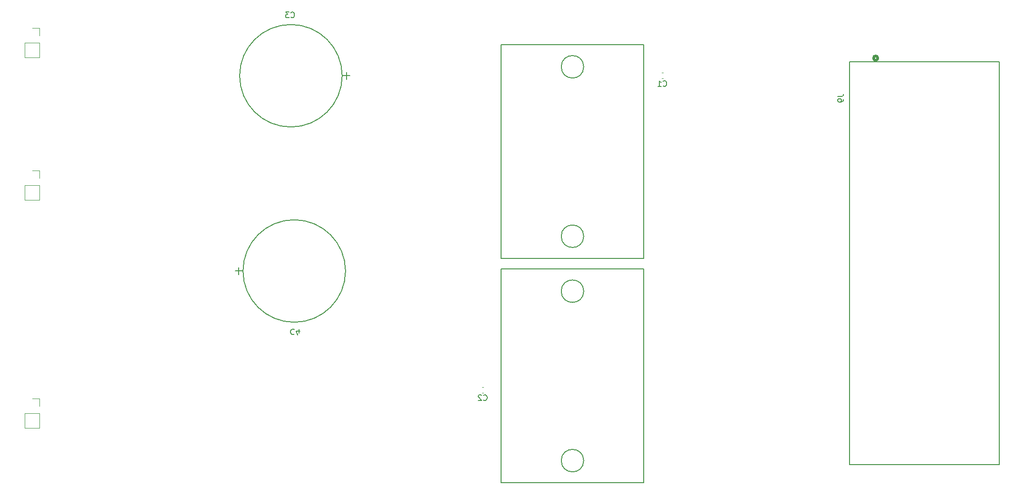
<source format=gbr>
G04 #@! TF.GenerationSoftware,KiCad,Pcbnew,7.0.7*
G04 #@! TF.CreationDate,2023-10-24T13:27:02-04:00*
G04 #@! TF.ProjectId,SchineLab_CoilFET_Board,53636869-6e65-44c6-9162-5f436f696c46,rev?*
G04 #@! TF.SameCoordinates,Original*
G04 #@! TF.FileFunction,Legend,Bot*
G04 #@! TF.FilePolarity,Positive*
%FSLAX46Y46*%
G04 Gerber Fmt 4.6, Leading zero omitted, Abs format (unit mm)*
G04 Created by KiCad (PCBNEW 7.0.7) date 2023-10-24 13:27:02*
%MOMM*%
%LPD*%
G01*
G04 APERTURE LIST*
%ADD10C,0.150000*%
%ADD11C,0.152400*%
%ADD12C,0.508000*%
%ADD13C,0.120000*%
G04 APERTURE END LIST*
D10*
X185254819Y-63666666D02*
X185969104Y-63666666D01*
X185969104Y-63666666D02*
X186111961Y-63619047D01*
X186111961Y-63619047D02*
X186207200Y-63523809D01*
X186207200Y-63523809D02*
X186254819Y-63380952D01*
X186254819Y-63380952D02*
X186254819Y-63285714D01*
X186254819Y-64190476D02*
X186254819Y-64380952D01*
X186254819Y-64380952D02*
X186207200Y-64476190D01*
X186207200Y-64476190D02*
X186159580Y-64523809D01*
X186159580Y-64523809D02*
X186016723Y-64619047D01*
X186016723Y-64619047D02*
X185826247Y-64666666D01*
X185826247Y-64666666D02*
X185445295Y-64666666D01*
X185445295Y-64666666D02*
X185350057Y-64619047D01*
X185350057Y-64619047D02*
X185302438Y-64571428D01*
X185302438Y-64571428D02*
X185254819Y-64476190D01*
X185254819Y-64476190D02*
X185254819Y-64285714D01*
X185254819Y-64285714D02*
X185302438Y-64190476D01*
X185302438Y-64190476D02*
X185350057Y-64142857D01*
X185350057Y-64142857D02*
X185445295Y-64095238D01*
X185445295Y-64095238D02*
X185683390Y-64095238D01*
X185683390Y-64095238D02*
X185778628Y-64142857D01*
X185778628Y-64142857D02*
X185826247Y-64190476D01*
X185826247Y-64190476D02*
X185873866Y-64285714D01*
X185873866Y-64285714D02*
X185873866Y-64476190D01*
X185873866Y-64476190D02*
X185826247Y-64571428D01*
X185826247Y-64571428D02*
X185778628Y-64619047D01*
X185778628Y-64619047D02*
X185683390Y-64666666D01*
X88433333Y-105240419D02*
X88385714Y-105192800D01*
X88385714Y-105192800D02*
X88242857Y-105145180D01*
X88242857Y-105145180D02*
X88147619Y-105145180D01*
X88147619Y-105145180D02*
X88004762Y-105192800D01*
X88004762Y-105192800D02*
X87909524Y-105288038D01*
X87909524Y-105288038D02*
X87861905Y-105383276D01*
X87861905Y-105383276D02*
X87814286Y-105573752D01*
X87814286Y-105573752D02*
X87814286Y-105716609D01*
X87814286Y-105716609D02*
X87861905Y-105907085D01*
X87861905Y-105907085D02*
X87909524Y-106002323D01*
X87909524Y-106002323D02*
X88004762Y-106097561D01*
X88004762Y-106097561D02*
X88147619Y-106145180D01*
X88147619Y-106145180D02*
X88242857Y-106145180D01*
X88242857Y-106145180D02*
X88385714Y-106097561D01*
X88385714Y-106097561D02*
X88433333Y-106049942D01*
X89290476Y-105811847D02*
X89290476Y-105145180D01*
X89052381Y-106192800D02*
X88814286Y-105478514D01*
X88814286Y-105478514D02*
X89433333Y-105478514D01*
X87866666Y-49559580D02*
X87914285Y-49607200D01*
X87914285Y-49607200D02*
X88057142Y-49654819D01*
X88057142Y-49654819D02*
X88152380Y-49654819D01*
X88152380Y-49654819D02*
X88295237Y-49607200D01*
X88295237Y-49607200D02*
X88390475Y-49511961D01*
X88390475Y-49511961D02*
X88438094Y-49416723D01*
X88438094Y-49416723D02*
X88485713Y-49226247D01*
X88485713Y-49226247D02*
X88485713Y-49083390D01*
X88485713Y-49083390D02*
X88438094Y-48892914D01*
X88438094Y-48892914D02*
X88390475Y-48797676D01*
X88390475Y-48797676D02*
X88295237Y-48702438D01*
X88295237Y-48702438D02*
X88152380Y-48654819D01*
X88152380Y-48654819D02*
X88057142Y-48654819D01*
X88057142Y-48654819D02*
X87914285Y-48702438D01*
X87914285Y-48702438D02*
X87866666Y-48750057D01*
X87533332Y-48654819D02*
X86914285Y-48654819D01*
X86914285Y-48654819D02*
X87247618Y-49035771D01*
X87247618Y-49035771D02*
X87104761Y-49035771D01*
X87104761Y-49035771D02*
X87009523Y-49083390D01*
X87009523Y-49083390D02*
X86961904Y-49131009D01*
X86961904Y-49131009D02*
X86914285Y-49226247D01*
X86914285Y-49226247D02*
X86914285Y-49464342D01*
X86914285Y-49464342D02*
X86961904Y-49559580D01*
X86961904Y-49559580D02*
X87009523Y-49607200D01*
X87009523Y-49607200D02*
X87104761Y-49654819D01*
X87104761Y-49654819D02*
X87390475Y-49654819D01*
X87390475Y-49654819D02*
X87485713Y-49607200D01*
X87485713Y-49607200D02*
X87533332Y-49559580D01*
X154166666Y-61789580D02*
X154214285Y-61837200D01*
X154214285Y-61837200D02*
X154357142Y-61884819D01*
X154357142Y-61884819D02*
X154452380Y-61884819D01*
X154452380Y-61884819D02*
X154595237Y-61837200D01*
X154595237Y-61837200D02*
X154690475Y-61741961D01*
X154690475Y-61741961D02*
X154738094Y-61646723D01*
X154738094Y-61646723D02*
X154785713Y-61456247D01*
X154785713Y-61456247D02*
X154785713Y-61313390D01*
X154785713Y-61313390D02*
X154738094Y-61122914D01*
X154738094Y-61122914D02*
X154690475Y-61027676D01*
X154690475Y-61027676D02*
X154595237Y-60932438D01*
X154595237Y-60932438D02*
X154452380Y-60884819D01*
X154452380Y-60884819D02*
X154357142Y-60884819D01*
X154357142Y-60884819D02*
X154214285Y-60932438D01*
X154214285Y-60932438D02*
X154166666Y-60980057D01*
X153214285Y-61884819D02*
X153785713Y-61884819D01*
X153499999Y-61884819D02*
X153499999Y-60884819D01*
X153499999Y-60884819D02*
X153595237Y-61027676D01*
X153595237Y-61027676D02*
X153690475Y-61122914D01*
X153690475Y-61122914D02*
X153785713Y-61170533D01*
X122166666Y-117789580D02*
X122214285Y-117837200D01*
X122214285Y-117837200D02*
X122357142Y-117884819D01*
X122357142Y-117884819D02*
X122452380Y-117884819D01*
X122452380Y-117884819D02*
X122595237Y-117837200D01*
X122595237Y-117837200D02*
X122690475Y-117741961D01*
X122690475Y-117741961D02*
X122738094Y-117646723D01*
X122738094Y-117646723D02*
X122785713Y-117456247D01*
X122785713Y-117456247D02*
X122785713Y-117313390D01*
X122785713Y-117313390D02*
X122738094Y-117122914D01*
X122738094Y-117122914D02*
X122690475Y-117027676D01*
X122690475Y-117027676D02*
X122595237Y-116932438D01*
X122595237Y-116932438D02*
X122452380Y-116884819D01*
X122452380Y-116884819D02*
X122357142Y-116884819D01*
X122357142Y-116884819D02*
X122214285Y-116932438D01*
X122214285Y-116932438D02*
X122166666Y-116980057D01*
X121785713Y-116980057D02*
X121738094Y-116932438D01*
X121738094Y-116932438D02*
X121642856Y-116884819D01*
X121642856Y-116884819D02*
X121404761Y-116884819D01*
X121404761Y-116884819D02*
X121309523Y-116932438D01*
X121309523Y-116932438D02*
X121261904Y-116980057D01*
X121261904Y-116980057D02*
X121214285Y-117075295D01*
X121214285Y-117075295D02*
X121214285Y-117170533D01*
X121214285Y-117170533D02*
X121261904Y-117313390D01*
X121261904Y-117313390D02*
X121833332Y-117884819D01*
X121833332Y-117884819D02*
X121214285Y-117884819D01*
D11*
X187328000Y-57489401D02*
X214023400Y-57489401D01*
X214023400Y-57489401D02*
X214023400Y-129320601D01*
X187328000Y-129320601D02*
X187328000Y-57489401D01*
X214023400Y-129320601D02*
X187328000Y-129320601D01*
D12*
X192381000Y-56854401D02*
G75*
G03*
X192381000Y-56854401I-381000J0D01*
G01*
D11*
X77921700Y-94800000D02*
X79191700Y-94800000D01*
X78556700Y-95435000D02*
X78556700Y-94165000D01*
X97581300Y-94800000D02*
G75*
G03*
X97581300Y-94800000I-9131300J0D01*
G01*
X98378300Y-60000000D02*
X97108300Y-60000000D01*
X97743300Y-59365000D02*
X97743300Y-60635000D01*
X96981300Y-60000000D02*
G75*
G03*
X96981300Y-60000000I-9131300J0D01*
G01*
D10*
X125300000Y-92555000D02*
X125300000Y-54455000D01*
X150700000Y-92555000D02*
X125300000Y-92555000D01*
X125300000Y-54455000D02*
X150700000Y-54455000D01*
X150700000Y-54455000D02*
X150700000Y-92555000D01*
X140000000Y-88605000D02*
G75*
G03*
X140000000Y-88605000I-2000000J0D01*
G01*
X140000000Y-58405000D02*
G75*
G03*
X140000000Y-58405000I-2000000J0D01*
G01*
X150700000Y-94445000D02*
X150700000Y-132545000D01*
X125300000Y-94445000D02*
X150700000Y-94445000D01*
X150700000Y-132545000D02*
X125300000Y-132545000D01*
X125300000Y-132545000D02*
X125300000Y-94445000D01*
X140000000Y-98395000D02*
G75*
G03*
X140000000Y-98395000I-2000000J0D01*
G01*
X140000000Y-128595000D02*
G75*
G03*
X140000000Y-128595000I-2000000J0D01*
G01*
D13*
X43108000Y-56730000D02*
X40448000Y-56730000D01*
X43108000Y-54130000D02*
X43108000Y-56730000D01*
X43108000Y-54130000D02*
X40448000Y-54130000D01*
X43108000Y-52860000D02*
X43108000Y-51530000D01*
X43108000Y-51530000D02*
X41778000Y-51530000D01*
X40448000Y-54130000D02*
X40448000Y-56730000D01*
X43108000Y-122770000D02*
X40448000Y-122770000D01*
X43108000Y-120170000D02*
X43108000Y-122770000D01*
X43108000Y-120170000D02*
X40448000Y-120170000D01*
X43108000Y-118900000D02*
X43108000Y-117570000D01*
X43108000Y-117570000D02*
X41778000Y-117570000D01*
X40448000Y-120170000D02*
X40448000Y-122770000D01*
X153859420Y-59490000D02*
X154140580Y-59490000D01*
X153859420Y-60510000D02*
X154140580Y-60510000D01*
X121859420Y-115490000D02*
X122140580Y-115490000D01*
X121859420Y-116510000D02*
X122140580Y-116510000D01*
X43108000Y-82130000D02*
X40448000Y-82130000D01*
X43108000Y-79530000D02*
X43108000Y-82130000D01*
X43108000Y-79530000D02*
X40448000Y-79530000D01*
X43108000Y-78260000D02*
X43108000Y-76930000D01*
X43108000Y-76930000D02*
X41778000Y-76930000D01*
X40448000Y-79530000D02*
X40448000Y-82130000D01*
M02*

</source>
